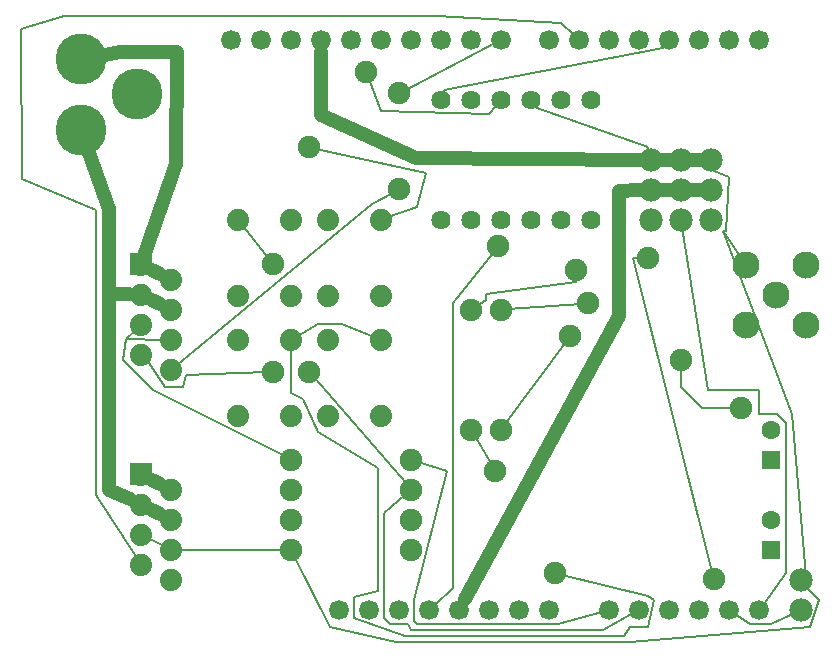
<source format=gbl>
G04 MADE WITH FRITZING*
G04 WWW.FRITZING.ORG*
G04 DOUBLE SIDED*
G04 HOLES PLATED*
G04 CONTOUR ON CENTER OF CONTOUR VECTOR*
%ASAXBY*%
%FSLAX23Y23*%
%MOIN*%
%OFA0B0*%
%SFA1.0B1.0*%
%ADD10C,0.062992*%
%ADD11C,0.075000*%
%ADD12C,0.066194*%
%ADD13C,0.066222*%
%ADD14C,0.170000*%
%ADD15C,0.064000*%
%ADD16C,0.074000*%
%ADD17C,0.078000*%
%ADD18C,0.090551*%
%ADD19C,0.075433*%
%ADD20R,0.062992X0.062992*%
%ADD21C,0.048000*%
%ADD22C,0.008000*%
%ADD23R,0.001000X0.001000*%
%LNCOPPER0*%
G90*
G70*
G54D10*
X2565Y626D03*
X2565Y725D03*
X2565Y326D03*
X2565Y425D03*
G54D11*
X1665Y1126D03*
X1665Y726D03*
X1565Y1126D03*
X1565Y726D03*
G54D12*
X2125Y126D03*
X2225Y126D03*
X2325Y126D03*
X2425Y126D03*
X2525Y126D03*
G54D13*
X1665Y2026D03*
X1565Y2026D03*
X1465Y2026D03*
X1365Y2026D03*
X1265Y2026D03*
X1165Y2026D03*
X1065Y2026D03*
X965Y2026D03*
X865Y2026D03*
X765Y2026D03*
X2525Y2026D03*
X2425Y2026D03*
X2325Y2026D03*
X2225Y2026D03*
X2125Y2026D03*
X2025Y2026D03*
X1925Y2026D03*
X1825Y2026D03*
G54D12*
X1225Y126D03*
X1125Y126D03*
X1325Y126D03*
X1425Y126D03*
X1525Y126D03*
X1625Y126D03*
X1725Y126D03*
X1825Y126D03*
X2025Y126D03*
G54D14*
X265Y1962D03*
X265Y1726D03*
X450Y1844D03*
G54D15*
X1865Y1426D03*
X1765Y1426D03*
X1665Y1426D03*
X1565Y1426D03*
X1465Y1426D03*
X1465Y1826D03*
X1565Y1826D03*
X1665Y1826D03*
X1765Y1826D03*
X1865Y1826D03*
X1965Y1826D03*
X1965Y1426D03*
G54D16*
X1265Y1426D03*
X1265Y1170D03*
X1087Y1426D03*
X1087Y1170D03*
X965Y1426D03*
X965Y1170D03*
X787Y1426D03*
X787Y1170D03*
X1265Y1026D03*
X1265Y770D03*
X1087Y1026D03*
X1087Y770D03*
X965Y1026D03*
X965Y770D03*
X787Y1026D03*
X787Y770D03*
X565Y926D03*
X465Y976D03*
X565Y1026D03*
X565Y1126D03*
X565Y1226D03*
X465Y1076D03*
X465Y1176D03*
X465Y1276D03*
G54D11*
X965Y326D03*
X1365Y326D03*
X965Y426D03*
X1365Y426D03*
X965Y526D03*
X1365Y526D03*
X965Y626D03*
X1365Y626D03*
G54D17*
X2365Y1626D03*
X2365Y1526D03*
X2365Y1426D03*
X2265Y1626D03*
X2265Y1526D03*
X2265Y1426D03*
X2165Y1626D03*
X2165Y1526D03*
X2165Y1426D03*
G54D16*
X565Y226D03*
X465Y276D03*
X565Y326D03*
X565Y426D03*
X565Y526D03*
X465Y376D03*
X465Y476D03*
X465Y576D03*
G54D17*
X2665Y226D03*
X2665Y126D03*
G54D18*
X2482Y1276D03*
X2582Y1176D03*
X2482Y1076D03*
X2682Y1076D03*
X2682Y1276D03*
G54D19*
X1895Y1038D03*
X1955Y1148D03*
X1915Y1258D03*
X2265Y958D03*
X2465Y798D03*
X1645Y588D03*
X1655Y1338D03*
X1325Y1528D03*
X1325Y1848D03*
X905Y918D03*
X905Y1278D03*
X1025Y918D03*
X1215Y1918D03*
X1025Y1668D03*
X1845Y248D03*
X2155Y1298D03*
X2375Y228D03*
G54D20*
X2565Y626D03*
X2565Y326D03*
G54D21*
X357Y1179D02*
X357Y1460D01*
D02*
X359Y526D02*
X357Y1179D01*
D02*
X357Y1460D02*
X291Y1649D01*
D02*
X427Y494D02*
X359Y526D01*
D02*
X357Y1179D02*
X423Y1177D01*
D02*
X502Y1158D02*
X527Y1145D01*
D02*
X527Y445D02*
X502Y457D01*
D02*
X527Y1245D02*
X502Y1258D01*
D02*
X527Y545D02*
X502Y558D01*
D02*
X393Y1985D02*
X584Y1985D01*
D02*
X582Y1610D02*
X479Y1316D01*
D02*
X584Y1985D02*
X582Y1610D01*
D02*
X345Y1976D02*
X393Y1985D01*
D02*
X2335Y1526D02*
X2295Y1526D01*
D02*
X2335Y1626D02*
X2295Y1626D01*
D02*
X2235Y1626D02*
X2195Y1626D01*
D02*
X2235Y1526D02*
X2195Y1526D01*
D02*
X2057Y1104D02*
X1545Y163D01*
D02*
X2057Y1523D02*
X2057Y1104D01*
D02*
X2124Y1525D02*
X2057Y1523D01*
D02*
X1065Y1774D02*
X1065Y1985D01*
D02*
X2135Y1626D02*
X1380Y1630D01*
D02*
X1380Y1630D02*
X1065Y1774D01*
G54D22*
D02*
X1881Y1019D02*
X1679Y745D01*
D02*
X1688Y1128D02*
X1932Y1146D01*
D02*
X1584Y1138D02*
X1615Y1158D01*
X1615Y1158D02*
X1615Y1178D01*
X1615Y1178D02*
X1915Y1218D01*
X1915Y1218D02*
X1915Y1234D01*
D02*
X2265Y934D02*
X2265Y868D01*
X2265Y868D02*
X2335Y798D01*
X2335Y798D02*
X2442Y798D01*
D02*
X2211Y2006D02*
X2205Y1998D01*
X2205Y1998D02*
X1475Y1858D01*
X1475Y1858D02*
X1473Y1851D01*
D02*
X1633Y608D02*
X1576Y706D01*
D02*
X1443Y143D02*
X1505Y198D01*
X1505Y198D02*
X1505Y1148D01*
X1505Y1148D02*
X1641Y1319D01*
D02*
X2001Y119D02*
X1855Y78D01*
X1855Y78D02*
X1385Y78D01*
X1385Y78D02*
X1375Y88D01*
X1375Y88D02*
X1375Y158D01*
X1375Y158D02*
X1485Y588D01*
X1485Y588D02*
X1387Y619D01*
D02*
X1305Y1516D02*
X1235Y1478D01*
X1235Y1478D02*
X584Y942D01*
D02*
X1643Y2015D02*
X1346Y1858D01*
D02*
X882Y917D02*
X615Y908D01*
X615Y908D02*
X605Y868D01*
X605Y868D02*
X545Y868D01*
X545Y868D02*
X490Y948D01*
X490Y948D02*
X482Y957D01*
D02*
X2103Y114D02*
X2005Y58D01*
X2005Y58D02*
X1365Y58D01*
X1365Y58D02*
X1355Y78D01*
X1355Y78D02*
X1295Y78D01*
X1295Y78D02*
X1275Y98D01*
X1275Y98D02*
X1275Y448D01*
X1275Y448D02*
X1348Y511D01*
D02*
X803Y1406D02*
X891Y1296D01*
D02*
X1040Y900D02*
X1350Y544D01*
D02*
X987Y1039D02*
X1055Y1078D01*
X1055Y1078D02*
X1135Y1078D01*
X1135Y1078D02*
X1241Y1036D01*
D02*
X1649Y1806D02*
X1625Y1778D01*
X1625Y1778D02*
X1265Y1788D01*
X1265Y1788D02*
X1223Y1896D01*
D02*
X1048Y1663D02*
X1415Y1583D01*
X1415Y1583D02*
X1385Y1468D01*
X1385Y1468D02*
X1289Y1435D01*
D02*
X1868Y242D02*
X2155Y173D01*
X2155Y173D02*
X2175Y158D01*
X2175Y158D02*
X2155Y68D01*
X2155Y68D02*
X2095Y68D01*
X2095Y68D02*
X2075Y38D01*
X2075Y38D02*
X1345Y38D01*
X1345Y38D02*
X1175Y98D01*
X1175Y98D02*
X1175Y168D01*
X1175Y168D02*
X1255Y188D01*
X1255Y188D02*
X1255Y598D01*
X1255Y598D02*
X1055Y718D01*
X1055Y718D02*
X1005Y828D01*
X1005Y828D02*
X965Y848D01*
X965Y848D02*
X965Y1001D01*
D02*
X2540Y146D02*
X2615Y248D01*
X2615Y248D02*
X2615Y748D01*
X2615Y748D02*
X2585Y778D01*
X2585Y778D02*
X2525Y778D01*
X2525Y778D02*
X2525Y858D01*
X2525Y858D02*
X2355Y858D01*
X2355Y858D02*
X2269Y1402D01*
D02*
X2132Y1298D02*
X2105Y1298D01*
X2105Y1298D02*
X2369Y250D01*
D02*
X1907Y2043D02*
X1865Y2083D01*
D02*
X1450Y2104D02*
X209Y2104D01*
D02*
X1865Y2083D02*
X1450Y2104D01*
D02*
X209Y2104D02*
X65Y2060D01*
D02*
X65Y2060D02*
X69Y1563D01*
D02*
X69Y1563D02*
X315Y1458D01*
X315Y1458D02*
X315Y508D01*
X315Y508D02*
X451Y297D01*
D02*
X2445Y112D02*
X2495Y78D01*
X2495Y78D02*
X2565Y78D01*
X2565Y78D02*
X2643Y115D01*
D02*
X590Y326D02*
X942Y326D01*
D02*
X487Y365D02*
X542Y338D01*
D02*
X540Y1026D02*
X415Y1028D01*
X415Y1028D02*
X405Y958D01*
X405Y958D02*
X505Y858D01*
X505Y858D02*
X944Y637D01*
D02*
X447Y1059D02*
X415Y1028D01*
D02*
X2371Y1602D02*
X2375Y1588D01*
X2375Y1588D02*
X2425Y1568D01*
X2425Y1568D02*
X2415Y1388D01*
X2415Y1388D02*
X2405Y1388D01*
X2405Y1388D02*
X2635Y778D01*
X2635Y778D02*
X2685Y198D01*
X2685Y198D02*
X2725Y158D01*
X2725Y158D02*
X2695Y68D01*
X2695Y68D02*
X2095Y18D01*
X2095Y18D02*
X1315Y18D01*
X1315Y18D02*
X1095Y68D01*
X1095Y68D02*
X975Y306D01*
D02*
X2462Y1305D02*
X2405Y1388D01*
D02*
X2679Y206D02*
X2685Y198D01*
D02*
X1780Y1805D02*
X1785Y1798D01*
X1785Y1798D02*
X2155Y1668D01*
X2155Y1668D02*
X2159Y1650D01*
G54D23*
X428Y1314D02*
X501Y1314D01*
X428Y1313D02*
X501Y1313D01*
X428Y1312D02*
X501Y1312D01*
X428Y1311D02*
X501Y1311D01*
X428Y1310D02*
X501Y1310D01*
X428Y1309D02*
X501Y1309D01*
X428Y1308D02*
X501Y1308D01*
X428Y1307D02*
X501Y1307D01*
X428Y1306D02*
X501Y1306D01*
X428Y1305D02*
X501Y1305D01*
X428Y1304D02*
X501Y1304D01*
X428Y1303D02*
X501Y1303D01*
X428Y1302D02*
X501Y1302D01*
X428Y1301D02*
X501Y1301D01*
X428Y1300D02*
X501Y1300D01*
X428Y1299D02*
X501Y1299D01*
X428Y1298D02*
X501Y1298D01*
X428Y1297D02*
X463Y1297D01*
X465Y1297D02*
X501Y1297D01*
X428Y1296D02*
X458Y1296D01*
X471Y1296D02*
X501Y1296D01*
X428Y1295D02*
X455Y1295D01*
X473Y1295D02*
X501Y1295D01*
X428Y1294D02*
X453Y1294D01*
X475Y1294D02*
X501Y1294D01*
X428Y1293D02*
X452Y1293D01*
X477Y1293D02*
X501Y1293D01*
X428Y1292D02*
X451Y1292D01*
X478Y1292D02*
X501Y1292D01*
X428Y1291D02*
X450Y1291D01*
X479Y1291D02*
X501Y1291D01*
X428Y1290D02*
X449Y1290D01*
X480Y1290D02*
X501Y1290D01*
X428Y1289D02*
X448Y1289D01*
X481Y1289D02*
X501Y1289D01*
X428Y1288D02*
X447Y1288D01*
X481Y1288D02*
X501Y1288D01*
X428Y1287D02*
X447Y1287D01*
X482Y1287D02*
X501Y1287D01*
X428Y1286D02*
X446Y1286D01*
X482Y1286D02*
X501Y1286D01*
X428Y1285D02*
X446Y1285D01*
X483Y1285D02*
X501Y1285D01*
X428Y1284D02*
X445Y1284D01*
X483Y1284D02*
X501Y1284D01*
X428Y1283D02*
X445Y1283D01*
X483Y1283D02*
X501Y1283D01*
X428Y1282D02*
X445Y1282D01*
X484Y1282D02*
X501Y1282D01*
X428Y1281D02*
X444Y1281D01*
X484Y1281D02*
X501Y1281D01*
X428Y1280D02*
X444Y1280D01*
X484Y1280D02*
X501Y1280D01*
X428Y1279D02*
X444Y1279D01*
X484Y1279D02*
X501Y1279D01*
X428Y1278D02*
X444Y1278D01*
X484Y1278D02*
X501Y1278D01*
X428Y1277D02*
X444Y1277D01*
X484Y1277D02*
X501Y1277D01*
X428Y1276D02*
X444Y1276D01*
X484Y1276D02*
X501Y1276D01*
X428Y1275D02*
X444Y1275D01*
X484Y1275D02*
X501Y1275D01*
X428Y1274D02*
X444Y1274D01*
X484Y1274D02*
X501Y1274D01*
X428Y1273D02*
X445Y1273D01*
X484Y1273D02*
X501Y1273D01*
X428Y1272D02*
X445Y1272D01*
X484Y1272D02*
X501Y1272D01*
X428Y1271D02*
X445Y1271D01*
X483Y1271D02*
X501Y1271D01*
X428Y1270D02*
X445Y1270D01*
X483Y1270D02*
X501Y1270D01*
X428Y1269D02*
X446Y1269D01*
X482Y1269D02*
X501Y1269D01*
X428Y1268D02*
X446Y1268D01*
X482Y1268D02*
X501Y1268D01*
X428Y1267D02*
X447Y1267D01*
X481Y1267D02*
X501Y1267D01*
X428Y1266D02*
X448Y1266D01*
X481Y1266D02*
X501Y1266D01*
X428Y1265D02*
X449Y1265D01*
X480Y1265D02*
X501Y1265D01*
X428Y1264D02*
X449Y1264D01*
X479Y1264D02*
X501Y1264D01*
X428Y1263D02*
X450Y1263D01*
X478Y1263D02*
X501Y1263D01*
X428Y1262D02*
X452Y1262D01*
X477Y1262D02*
X501Y1262D01*
X428Y1261D02*
X453Y1261D01*
X476Y1261D02*
X501Y1261D01*
X428Y1260D02*
X455Y1260D01*
X474Y1260D02*
X501Y1260D01*
X428Y1259D02*
X457Y1259D01*
X472Y1259D02*
X501Y1259D01*
X428Y1258D02*
X461Y1258D01*
X468Y1258D02*
X501Y1258D01*
X428Y1257D02*
X501Y1257D01*
X428Y1256D02*
X501Y1256D01*
X428Y1255D02*
X501Y1255D01*
X428Y1254D02*
X501Y1254D01*
X428Y1253D02*
X501Y1253D01*
X428Y1252D02*
X501Y1252D01*
X428Y1251D02*
X501Y1251D01*
X428Y1250D02*
X501Y1250D01*
X428Y1249D02*
X501Y1249D01*
X428Y1248D02*
X501Y1248D01*
X428Y1247D02*
X501Y1247D01*
X428Y1246D02*
X501Y1246D01*
X428Y1245D02*
X501Y1245D01*
X428Y1244D02*
X501Y1244D01*
X428Y1243D02*
X501Y1243D01*
X428Y1242D02*
X501Y1242D01*
X428Y1241D02*
X501Y1241D01*
X428Y614D02*
X501Y614D01*
X428Y613D02*
X501Y613D01*
X428Y612D02*
X501Y612D01*
X428Y611D02*
X501Y611D01*
X428Y610D02*
X501Y610D01*
X428Y609D02*
X501Y609D01*
X428Y608D02*
X501Y608D01*
X428Y607D02*
X501Y607D01*
X428Y606D02*
X501Y606D01*
X428Y605D02*
X501Y605D01*
X428Y604D02*
X501Y604D01*
X428Y603D02*
X501Y603D01*
X428Y602D02*
X501Y602D01*
X428Y601D02*
X501Y601D01*
X428Y600D02*
X501Y600D01*
X428Y599D02*
X501Y599D01*
X428Y598D02*
X501Y598D01*
X428Y597D02*
X461Y597D01*
X467Y597D02*
X501Y597D01*
X428Y596D02*
X457Y596D01*
X471Y596D02*
X501Y596D01*
X428Y595D02*
X455Y595D01*
X474Y595D02*
X501Y595D01*
X428Y594D02*
X453Y594D01*
X475Y594D02*
X501Y594D01*
X428Y593D02*
X452Y593D01*
X477Y593D02*
X501Y593D01*
X428Y592D02*
X450Y592D01*
X478Y592D02*
X501Y592D01*
X428Y591D02*
X449Y591D01*
X479Y591D02*
X501Y591D01*
X428Y590D02*
X449Y590D01*
X480Y590D02*
X501Y590D01*
X428Y589D02*
X448Y589D01*
X481Y589D02*
X501Y589D01*
X428Y588D02*
X447Y588D01*
X481Y588D02*
X501Y588D01*
X428Y587D02*
X447Y587D01*
X482Y587D02*
X501Y587D01*
X428Y586D02*
X446Y586D01*
X482Y586D02*
X501Y586D01*
X428Y585D02*
X446Y585D01*
X483Y585D02*
X501Y585D01*
X428Y584D02*
X445Y584D01*
X483Y584D02*
X501Y584D01*
X428Y583D02*
X445Y583D01*
X484Y583D02*
X501Y583D01*
X428Y582D02*
X445Y582D01*
X484Y582D02*
X501Y582D01*
X428Y581D02*
X444Y581D01*
X484Y581D02*
X501Y581D01*
X428Y580D02*
X444Y580D01*
X484Y580D02*
X501Y580D01*
X428Y579D02*
X444Y579D01*
X484Y579D02*
X501Y579D01*
X428Y578D02*
X444Y578D01*
X484Y578D02*
X501Y578D01*
X428Y577D02*
X444Y577D01*
X484Y577D02*
X501Y577D01*
X428Y576D02*
X444Y576D01*
X484Y576D02*
X501Y576D01*
X428Y575D02*
X444Y575D01*
X484Y575D02*
X501Y575D01*
X428Y574D02*
X444Y574D01*
X484Y574D02*
X501Y574D01*
X428Y573D02*
X445Y573D01*
X484Y573D02*
X501Y573D01*
X428Y572D02*
X445Y572D01*
X483Y572D02*
X501Y572D01*
X428Y571D02*
X445Y571D01*
X483Y571D02*
X501Y571D01*
X428Y570D02*
X446Y570D01*
X483Y570D02*
X501Y570D01*
X428Y569D02*
X446Y569D01*
X482Y569D02*
X501Y569D01*
X428Y568D02*
X447Y568D01*
X482Y568D02*
X501Y568D01*
X428Y567D02*
X447Y567D01*
X481Y567D02*
X501Y567D01*
X428Y566D02*
X448Y566D01*
X481Y566D02*
X501Y566D01*
X428Y565D02*
X449Y565D01*
X480Y565D02*
X501Y565D01*
X428Y564D02*
X450Y564D01*
X479Y564D02*
X501Y564D01*
X428Y563D02*
X451Y563D01*
X478Y563D02*
X501Y563D01*
X428Y562D02*
X452Y562D01*
X477Y562D02*
X501Y562D01*
X428Y561D02*
X453Y561D01*
X475Y561D02*
X501Y561D01*
X428Y560D02*
X455Y560D01*
X473Y560D02*
X501Y560D01*
X428Y559D02*
X457Y559D01*
X471Y559D02*
X501Y559D01*
X428Y558D02*
X463Y558D01*
X466Y558D02*
X501Y558D01*
X428Y557D02*
X501Y557D01*
X428Y556D02*
X501Y556D01*
X428Y555D02*
X501Y555D01*
X428Y554D02*
X501Y554D01*
X428Y553D02*
X501Y553D01*
X428Y552D02*
X501Y552D01*
X428Y551D02*
X501Y551D01*
X428Y550D02*
X501Y550D01*
X428Y549D02*
X501Y549D01*
X428Y548D02*
X501Y548D01*
X428Y547D02*
X501Y547D01*
X428Y546D02*
X501Y546D01*
X428Y545D02*
X501Y545D01*
X428Y544D02*
X501Y544D01*
X428Y543D02*
X501Y543D01*
X428Y542D02*
X501Y542D01*
X428Y541D02*
X501Y541D01*
D02*
G04 End of Copper0*
M02*
</source>
